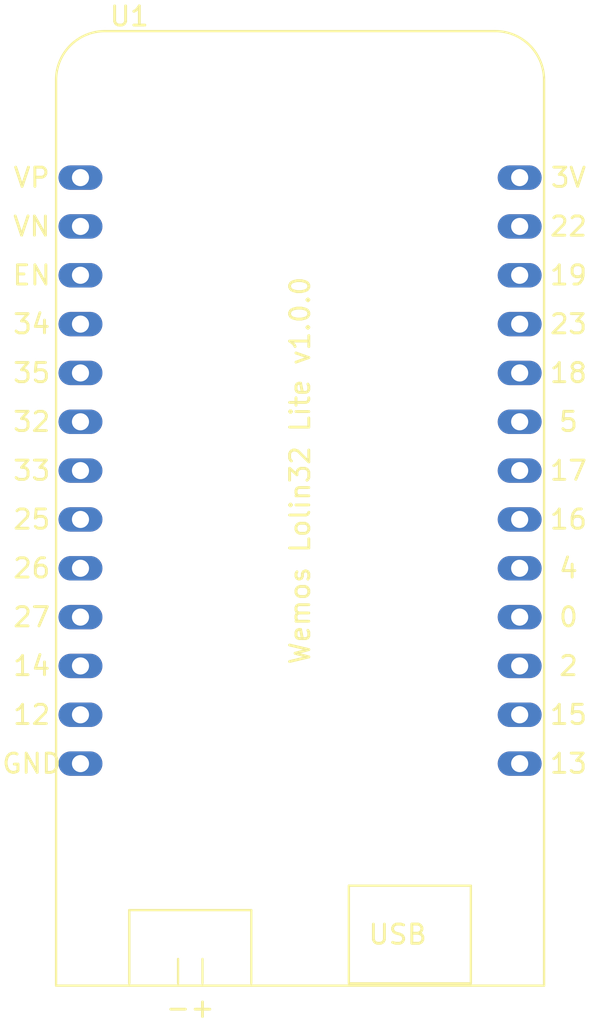
<source format=kicad_pcb>
(kicad_pcb (version 20171130) (host pcbnew "(5.1.6)-1")

  (general
    (thickness 1.6)
    (drawings 0)
    (tracks 0)
    (zones 0)
    (modules 1)
    (nets 27)
  )

  (page A4)
  (layers
    (0 F.Cu signal)
    (31 B.Cu signal)
    (32 B.Adhes user hide)
    (33 F.Adhes user)
    (34 B.Paste user hide)
    (35 F.Paste user hide)
    (36 B.SilkS user hide)
    (37 F.SilkS user)
    (38 B.Mask user hide)
    (39 F.Mask user hide)
    (40 Dwgs.User user hide)
    (41 Cmts.User user hide)
    (42 Eco1.User user hide)
    (43 Eco2.User user hide)
    (44 Edge.Cuts user hide)
    (45 Margin user hide)
    (46 B.CrtYd user hide)
    (47 F.CrtYd user hide)
    (48 B.Fab user hide)
    (49 F.Fab user hide)
  )

  (setup
    (last_trace_width 0.25)
    (trace_clearance 0.2)
    (zone_clearance 0.508)
    (zone_45_only no)
    (trace_min 0.2)
    (via_size 0.8)
    (via_drill 0.4)
    (via_min_size 0.4)
    (via_min_drill 0.3)
    (uvia_size 0.3)
    (uvia_drill 0.1)
    (uvias_allowed no)
    (uvia_min_size 0.2)
    (uvia_min_drill 0.1)
    (edge_width 0.05)
    (segment_width 0.2)
    (pcb_text_width 0.3)
    (pcb_text_size 1.5 1.5)
    (mod_edge_width 0.12)
    (mod_text_size 1 1)
    (mod_text_width 0.15)
    (pad_size 1.524 1.524)
    (pad_drill 0.762)
    (pad_to_mask_clearance 0.05)
    (aux_axis_origin 0 0)
    (visible_elements FFFFFF7F)
    (pcbplotparams
      (layerselection 0x010fc_ffffffff)
      (usegerberextensions false)
      (usegerberattributes true)
      (usegerberadvancedattributes true)
      (creategerberjobfile true)
      (excludeedgelayer true)
      (linewidth 0.100000)
      (plotframeref false)
      (viasonmask false)
      (mode 1)
      (useauxorigin false)
      (hpglpennumber 1)
      (hpglpenspeed 20)
      (hpglpendiameter 15.000000)
      (psnegative false)
      (psa4output false)
      (plotreference true)
      (plotvalue true)
      (plotinvisibletext false)
      (padsonsilk false)
      (subtractmaskfromsilk false)
      (outputformat 1)
      (mirror false)
      (drillshape 1)
      (scaleselection 1)
      (outputdirectory ""))
  )

  (net 0 "")
  (net 1 "Net-(U1-Pad7)")
  (net 2 "Net-(U1-Pad20)")
  (net 3 "Net-(U1-Pad6)")
  (net 4 "Net-(U1-Pad5)")
  (net 5 "Net-(U1-Pad4)")
  (net 6 "Net-(U1-Pad3)")
  (net 7 "Net-(U1-Pad2)")
  (net 8 "Net-(U1-Pad1)")
  (net 9 "Net-(U1-Pad21)")
  (net 10 "Net-(U1-Pad22)")
  (net 11 "Net-(U1-Pad23)")
  (net 12 "Net-(U1-Pad24)")
  (net 13 "Net-(U1-Pad25)")
  (net 14 "Net-(U1-Pad26)")
  (net 15 "Net-(U1-Pad19)")
  (net 16 "Net-(U1-Pad18)")
  (net 17 "Net-(U1-Pad17)")
  (net 18 "Net-(U1-Pad16)")
  (net 19 "Net-(U1-Pad15)")
  (net 20 "Net-(U1-Pad14)")
  (net 21 "Net-(U1-Pad8)")
  (net 22 "Net-(U1-Pad9)")
  (net 23 "Net-(U1-Pad10)")
  (net 24 "Net-(U1-Pad11)")
  (net 25 "Net-(U1-Pad12)")
  (net 26 "Net-(U1-Pad13)")

  (net_class Default "This is the default net class."
    (clearance 0.2)
    (trace_width 0.25)
    (via_dia 0.8)
    (via_drill 0.4)
    (uvia_dia 0.3)
    (uvia_drill 0.1)
    (add_net "Net-(U1-Pad1)")
    (add_net "Net-(U1-Pad10)")
    (add_net "Net-(U1-Pad11)")
    (add_net "Net-(U1-Pad12)")
    (add_net "Net-(U1-Pad13)")
    (add_net "Net-(U1-Pad14)")
    (add_net "Net-(U1-Pad15)")
    (add_net "Net-(U1-Pad16)")
    (add_net "Net-(U1-Pad17)")
    (add_net "Net-(U1-Pad18)")
    (add_net "Net-(U1-Pad19)")
    (add_net "Net-(U1-Pad2)")
    (add_net "Net-(U1-Pad20)")
    (add_net "Net-(U1-Pad21)")
    (add_net "Net-(U1-Pad22)")
    (add_net "Net-(U1-Pad23)")
    (add_net "Net-(U1-Pad24)")
    (add_net "Net-(U1-Pad25)")
    (add_net "Net-(U1-Pad26)")
    (add_net "Net-(U1-Pad3)")
    (add_net "Net-(U1-Pad4)")
    (add_net "Net-(U1-Pad5)")
    (add_net "Net-(U1-Pad6)")
    (add_net "Net-(U1-Pad7)")
    (add_net "Net-(U1-Pad8)")
    (add_net "Net-(U1-Pad9)")
  )

  (module lolin32:lolin32_lite (layer F.Cu) (tedit 6081C571) (tstamp 6082C87B)
    (at 108.458 98.044)
    (path /6082C592)
    (fp_text reference U1 (at -8.89 -23.63) (layer F.SilkS)
      (effects (font (size 1 1) (thickness 0.15)))
    )
    (fp_text value lolin32_lite_V1.00 (at -8.89 -24.63) (layer F.Fab)
      (effects (font (size 1 1) (thickness 0.15)))
    )
    (fp_line (start -12.7 0) (end -12.7 26.788) (layer F.SilkS) (width 0.12))
    (fp_line (start -12.7 26.788) (end 12.7 26.788) (layer F.SilkS) (width 0.12))
    (fp_line (start 12.7 26.788) (end 12.7 -20.32) (layer F.SilkS) (width 0.12))
    (fp_line (start -12.7 0) (end -12.7 -20.32) (layer F.SilkS) (width 0.12))
    (fp_line (start -10.16 -22.86) (end 10.16 -22.86) (layer F.SilkS) (width 0.12))
    (fp_line (start 2.54 21.59) (end 8.89 21.59) (layer F.SilkS) (width 0.12))
    (fp_line (start 8.89 21.59) (end 8.89 26.67) (layer F.SilkS) (width 0.12))
    (fp_line (start 8.89 26.67) (end 2.54 26.67) (layer F.SilkS) (width 0.12))
    (fp_line (start 2.54 26.67) (end 2.54 21.59) (layer F.SilkS) (width 0.12))
    (fp_line (start -8.89 22.86) (end -8.89 26.67) (layer F.SilkS) (width 0.12))
    (fp_line (start -8.89 26.67) (end -8.89 22.86) (layer F.SilkS) (width 0.12))
    (fp_line (start -8.89 22.86) (end -2.54 22.86) (layer F.SilkS) (width 0.12))
    (fp_line (start -2.54 22.86) (end -2.54 26.67) (layer F.SilkS) (width 0.12))
    (fp_line (start -6.35 26.67) (end -6.35 25.4) (layer F.SilkS) (width 0.12))
    (fp_line (start -5.08 26.67) (end -5.08 25.4) (layer F.SilkS) (width 0.12))
    (fp_arc (start -10.16 -20.32) (end -10.16 -22.86) (angle -90) (layer F.SilkS) (width 0.12))
    (fp_arc (start 10.16 -20.32) (end 12.7 -20.32) (angle -90) (layer F.SilkS) (width 0.12))
    (fp_text user "Wemos Lolin32 Lite v1.0.0" (at 0 0 90) (layer F.SilkS)
      (effects (font (size 1 1) (thickness 0.15)))
    )
    (fp_text user 3V (at 13.97 -15.24) (layer F.SilkS)
      (effects (font (size 1 1) (thickness 0.15)))
    )
    (fp_text user 22 (at 13.97 -12.7) (layer F.SilkS)
      (effects (font (size 1 1) (thickness 0.15)))
    )
    (fp_text user 19 (at 13.97 -10.16) (layer F.SilkS)
      (effects (font (size 1 1) (thickness 0.15)))
    )
    (fp_text user 23 (at 13.97 -7.62) (layer F.SilkS)
      (effects (font (size 1 1) (thickness 0.15)))
    )
    (fp_text user 18 (at 13.97 -5.08) (layer F.SilkS)
      (effects (font (size 1 1) (thickness 0.15)))
    )
    (fp_text user 5 (at 13.97 -2.54) (layer F.SilkS)
      (effects (font (size 1 1) (thickness 0.15)))
    )
    (fp_text user 17 (at 13.97 0) (layer F.SilkS)
      (effects (font (size 1 1) (thickness 0.15)))
    )
    (fp_text user 16 (at 13.97 2.54) (layer F.SilkS)
      (effects (font (size 1 1) (thickness 0.15)))
    )
    (fp_text user 4 (at 13.97 5.08) (layer F.SilkS)
      (effects (font (size 1 1) (thickness 0.15)))
    )
    (fp_text user 0 (at 13.97 7.62) (layer F.SilkS)
      (effects (font (size 1 1) (thickness 0.15)))
    )
    (fp_text user 2 (at 13.97 10.16) (layer F.SilkS)
      (effects (font (size 1 1) (thickness 0.15)))
    )
    (fp_text user 15 (at 13.97 12.7) (layer F.SilkS)
      (effects (font (size 1 1) (thickness 0.15)))
    )
    (fp_text user 13 (at 13.97 15.24) (layer F.SilkS)
      (effects (font (size 1 1) (thickness 0.15)))
    )
    (fp_text user 12 (at -13.97 12.7) (layer F.SilkS)
      (effects (font (size 1 1) (thickness 0.15)))
    )
    (fp_text user 14 (at -13.97 10.16) (layer F.SilkS)
      (effects (font (size 1 1) (thickness 0.15)))
    )
    (fp_text user 26 (at -13.97 5.08) (layer F.SilkS)
      (effects (font (size 1 1) (thickness 0.15)))
    )
    (fp_text user 25 (at -13.97 2.54) (layer F.SilkS)
      (effects (font (size 1 1) (thickness 0.15)))
    )
    (fp_text user 32 (at -13.97 -2.54) (layer F.SilkS)
      (effects (font (size 1 1) (thickness 0.15)))
    )
    (fp_text user 33 (at -13.97 0) (layer F.SilkS)
      (effects (font (size 1 1) (thickness 0.15)))
    )
    (fp_text user 35 (at -13.97 -5.08) (layer F.SilkS)
      (effects (font (size 1 1) (thickness 0.15)))
    )
    (fp_text user 34 (at -13.97 -7.62) (layer F.SilkS)
      (effects (font (size 1 1) (thickness 0.15)))
    )
    (fp_text user EN (at -13.97 -10.16) (layer F.SilkS)
      (effects (font (size 1 1) (thickness 0.15)))
    )
    (fp_text user VP (at -13.97 -15.24) (layer F.SilkS)
      (effects (font (size 1 1) (thickness 0.15)))
    )
    (fp_text user VN (at -13.97 -12.7) (layer F.SilkS)
      (effects (font (size 1 1) (thickness 0.15)))
    )
    (fp_text user GND (at -13.97 15.24) (layer F.SilkS)
      (effects (font (size 1 1) (thickness 0.15)))
    )
    (fp_text user 27 (at -13.97 7.62) (layer F.SilkS)
      (effects (font (size 1 1) (thickness 0.15)))
    )
    (fp_text user USB (at 5.08 24.13) (layer F.SilkS)
      (effects (font (size 1 1) (thickness 0.15)))
    )
    (fp_text user - (at -6.35 27.94) (layer F.SilkS)
      (effects (font (size 1 1) (thickness 0.15)))
    )
    (fp_text user + (at -5.08 27.94) (layer F.SilkS)
      (effects (font (size 1 1) (thickness 0.15)))
    )
    (pad 7 thru_hole oval (at -11.43 0) (size 2.286 1.27) (drill 0.889) (layers *.Cu *.Mask)
      (net 1 "Net-(U1-Pad7)"))
    (pad 20 thru_hole oval (at 11.43 0) (size 2.286 1.27) (drill 0.889) (layers *.Cu *.Mask)
      (net 2 "Net-(U1-Pad20)"))
    (pad 6 thru_hole oval (at -11.43 -2.54) (size 2.286 1.27) (drill 0.889) (layers *.Cu *.Mask)
      (net 3 "Net-(U1-Pad6)"))
    (pad 5 thru_hole oval (at -11.43 -5.08) (size 2.286 1.27) (drill 0.889) (layers *.Cu *.Mask)
      (net 4 "Net-(U1-Pad5)"))
    (pad 4 thru_hole oval (at -11.43 -7.62) (size 2.286 1.27) (drill 0.889) (layers *.Cu *.Mask)
      (net 5 "Net-(U1-Pad4)"))
    (pad 3 thru_hole oval (at -11.43 -10.16) (size 2.286 1.27) (drill 0.889) (layers *.Cu *.Mask)
      (net 6 "Net-(U1-Pad3)"))
    (pad 2 thru_hole oval (at -11.43 -12.7) (size 2.286 1.27) (drill 0.889) (layers *.Cu *.Mask)
      (net 7 "Net-(U1-Pad2)"))
    (pad 1 thru_hole oval (at -11.43 -15.24) (size 2.286 1.27) (drill 0.889) (layers *.Cu *.Mask)
      (net 8 "Net-(U1-Pad1)"))
    (pad 21 thru_hole oval (at 11.43 -2.54) (size 2.286 1.27) (drill 0.889) (layers *.Cu *.Mask)
      (net 9 "Net-(U1-Pad21)"))
    (pad 22 thru_hole oval (at 11.43 -5.08) (size 2.286 1.27) (drill 0.889) (layers *.Cu *.Mask)
      (net 10 "Net-(U1-Pad22)"))
    (pad 23 thru_hole oval (at 11.43 -7.62) (size 2.286 1.27) (drill 0.889) (layers *.Cu *.Mask)
      (net 11 "Net-(U1-Pad23)"))
    (pad 24 thru_hole oval (at 11.43 -10.16) (size 2.286 1.27) (drill 0.889) (layers *.Cu *.Mask)
      (net 12 "Net-(U1-Pad24)"))
    (pad 25 thru_hole oval (at 11.43 -12.7) (size 2.286 1.27) (drill 0.889) (layers *.Cu *.Mask)
      (net 13 "Net-(U1-Pad25)"))
    (pad 26 thru_hole oval (at 11.43 -15.24) (size 2.286 1.27) (drill 0.889) (layers *.Cu *.Mask)
      (net 14 "Net-(U1-Pad26)"))
    (pad 19 thru_hole oval (at 11.43 2.54) (size 2.286 1.27) (drill 0.889) (layers *.Cu *.Mask)
      (net 15 "Net-(U1-Pad19)"))
    (pad 18 thru_hole oval (at 11.43 5.08) (size 2.286 1.27) (drill 0.889) (layers *.Cu *.Mask)
      (net 16 "Net-(U1-Pad18)"))
    (pad 17 thru_hole oval (at 11.43 7.62) (size 2.286 1.27) (drill 0.889) (layers *.Cu *.Mask)
      (net 17 "Net-(U1-Pad17)"))
    (pad 16 thru_hole oval (at 11.43 10.16) (size 2.286 1.27) (drill 0.889) (layers *.Cu *.Mask)
      (net 18 "Net-(U1-Pad16)"))
    (pad 15 thru_hole oval (at 11.43 12.7) (size 2.286 1.27) (drill 0.889) (layers *.Cu *.Mask)
      (net 19 "Net-(U1-Pad15)"))
    (pad 14 thru_hole oval (at 11.43 15.24) (size 2.286 1.27) (drill 0.889) (layers *.Cu *.Mask)
      (net 20 "Net-(U1-Pad14)"))
    (pad 8 thru_hole oval (at -11.43 2.54) (size 2.286 1.27) (drill 0.889) (layers *.Cu *.Mask)
      (net 21 "Net-(U1-Pad8)"))
    (pad 9 thru_hole oval (at -11.43 5.08) (size 2.286 1.27) (drill 0.889) (layers *.Cu *.Mask)
      (net 22 "Net-(U1-Pad9)"))
    (pad 10 thru_hole oval (at -11.43 7.62) (size 2.286 1.27) (drill 0.889) (layers *.Cu *.Mask)
      (net 23 "Net-(U1-Pad10)"))
    (pad 11 thru_hole oval (at -11.43 10.16) (size 2.286 1.27) (drill 0.889) (layers *.Cu *.Mask)
      (net 24 "Net-(U1-Pad11)"))
    (pad 12 thru_hole oval (at -11.43 12.7) (size 2.286 1.27) (drill 0.889) (layers *.Cu *.Mask)
      (net 25 "Net-(U1-Pad12)"))
    (pad 13 thru_hole oval (at -11.43 15.24) (size 2.286 1.27) (drill 0.889) (layers *.Cu *.Mask)
      (net 26 "Net-(U1-Pad13)"))
  )

)

</source>
